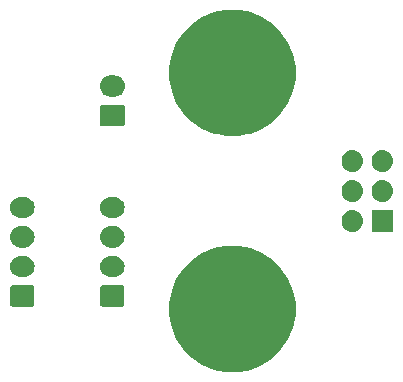
<source format=gbr>
G04 #@! TF.GenerationSoftware,KiCad,Pcbnew,(5.1.4)-1*
G04 #@! TF.CreationDate,2020-03-27T03:55:43-04:00*
G04 #@! TF.ProjectId,RGB_endstop_breakout,5247425f-656e-4647-9374-6f705f627265,rev?*
G04 #@! TF.SameCoordinates,Original*
G04 #@! TF.FileFunction,Soldermask,Top*
G04 #@! TF.FilePolarity,Negative*
%FSLAX46Y46*%
G04 Gerber Fmt 4.6, Leading zero omitted, Abs format (unit mm)*
G04 Created by KiCad (PCBNEW (5.1.4)-1) date 2020-03-27 03:55:43*
%MOMM*%
%LPD*%
G04 APERTURE LIST*
%ADD10C,0.100000*%
G04 APERTURE END LIST*
D10*
G36*
X150175368Y-109777963D02*
G01*
X150560829Y-109854636D01*
X151534649Y-110258005D01*
X152411064Y-110843607D01*
X153156393Y-111588936D01*
X153741995Y-112465351D01*
X154145364Y-113439171D01*
X154351000Y-114472973D01*
X154351000Y-115527027D01*
X154145364Y-116560829D01*
X153741995Y-117534649D01*
X153156393Y-118411064D01*
X152411064Y-119156393D01*
X151534649Y-119741995D01*
X150560829Y-120145364D01*
X150216228Y-120213909D01*
X149527029Y-120351000D01*
X148472971Y-120351000D01*
X147783772Y-120213909D01*
X147439171Y-120145364D01*
X146465351Y-119741995D01*
X145588936Y-119156393D01*
X144843607Y-118411064D01*
X144258005Y-117534649D01*
X143854636Y-116560829D01*
X143649000Y-115527027D01*
X143649000Y-114472973D01*
X143854636Y-113439171D01*
X144258005Y-112465351D01*
X144843607Y-111588936D01*
X145588936Y-110843607D01*
X146465351Y-110258005D01*
X147439171Y-109854636D01*
X147824632Y-109777963D01*
X148472971Y-109649000D01*
X149527029Y-109649000D01*
X150175368Y-109777963D01*
X150175368Y-109777963D01*
G37*
G36*
X139723600Y-112992989D02*
G01*
X139756652Y-113003015D01*
X139787103Y-113019292D01*
X139813799Y-113041201D01*
X139835708Y-113067897D01*
X139851985Y-113098348D01*
X139862011Y-113131400D01*
X139866000Y-113171903D01*
X139866000Y-114608097D01*
X139862011Y-114648600D01*
X139851985Y-114681652D01*
X139835708Y-114712103D01*
X139813799Y-114738799D01*
X139787103Y-114760708D01*
X139756652Y-114776985D01*
X139723600Y-114787011D01*
X139683097Y-114791000D01*
X137996903Y-114791000D01*
X137956400Y-114787011D01*
X137923348Y-114776985D01*
X137892897Y-114760708D01*
X137866201Y-114738799D01*
X137844292Y-114712103D01*
X137828015Y-114681652D01*
X137817989Y-114648600D01*
X137814000Y-114608097D01*
X137814000Y-113171903D01*
X137817989Y-113131400D01*
X137828015Y-113098348D01*
X137844292Y-113067897D01*
X137866201Y-113041201D01*
X137892897Y-113019292D01*
X137923348Y-113003015D01*
X137956400Y-112992989D01*
X137996903Y-112989000D01*
X139683097Y-112989000D01*
X139723600Y-112992989D01*
X139723600Y-112992989D01*
G37*
G36*
X132103600Y-112992989D02*
G01*
X132136652Y-113003015D01*
X132167103Y-113019292D01*
X132193799Y-113041201D01*
X132215708Y-113067897D01*
X132231985Y-113098348D01*
X132242011Y-113131400D01*
X132246000Y-113171903D01*
X132246000Y-114608097D01*
X132242011Y-114648600D01*
X132231985Y-114681652D01*
X132215708Y-114712103D01*
X132193799Y-114738799D01*
X132167103Y-114760708D01*
X132136652Y-114776985D01*
X132103600Y-114787011D01*
X132063097Y-114791000D01*
X130376903Y-114791000D01*
X130336400Y-114787011D01*
X130303348Y-114776985D01*
X130272897Y-114760708D01*
X130246201Y-114738799D01*
X130224292Y-114712103D01*
X130208015Y-114681652D01*
X130197989Y-114648600D01*
X130194000Y-114608097D01*
X130194000Y-113171903D01*
X130197989Y-113131400D01*
X130208015Y-113098348D01*
X130224292Y-113067897D01*
X130246201Y-113041201D01*
X130272897Y-113019292D01*
X130303348Y-113003015D01*
X130336400Y-112992989D01*
X130376903Y-112989000D01*
X132063097Y-112989000D01*
X132103600Y-112992989D01*
X132103600Y-112992989D01*
G37*
G36*
X131455443Y-110495519D02*
G01*
X131521627Y-110502037D01*
X131691466Y-110553557D01*
X131847991Y-110637222D01*
X131883729Y-110666552D01*
X131985186Y-110749814D01*
X132062159Y-110843607D01*
X132097778Y-110887009D01*
X132181443Y-111043534D01*
X132232963Y-111213373D01*
X132250359Y-111390000D01*
X132232963Y-111566627D01*
X132181443Y-111736466D01*
X132097778Y-111892991D01*
X132068448Y-111928729D01*
X131985186Y-112030186D01*
X131883729Y-112113448D01*
X131847991Y-112142778D01*
X131691466Y-112226443D01*
X131521627Y-112277963D01*
X131455443Y-112284481D01*
X131389260Y-112291000D01*
X131050740Y-112291000D01*
X130984557Y-112284481D01*
X130918373Y-112277963D01*
X130748534Y-112226443D01*
X130592009Y-112142778D01*
X130556271Y-112113448D01*
X130454814Y-112030186D01*
X130371552Y-111928729D01*
X130342222Y-111892991D01*
X130258557Y-111736466D01*
X130207037Y-111566627D01*
X130189641Y-111390000D01*
X130207037Y-111213373D01*
X130258557Y-111043534D01*
X130342222Y-110887009D01*
X130377841Y-110843607D01*
X130454814Y-110749814D01*
X130556271Y-110666552D01*
X130592009Y-110637222D01*
X130748534Y-110553557D01*
X130918373Y-110502037D01*
X130984557Y-110495519D01*
X131050740Y-110489000D01*
X131389260Y-110489000D01*
X131455443Y-110495519D01*
X131455443Y-110495519D01*
G37*
G36*
X139075443Y-110495519D02*
G01*
X139141627Y-110502037D01*
X139311466Y-110553557D01*
X139467991Y-110637222D01*
X139503729Y-110666552D01*
X139605186Y-110749814D01*
X139682159Y-110843607D01*
X139717778Y-110887009D01*
X139801443Y-111043534D01*
X139852963Y-111213373D01*
X139870359Y-111390000D01*
X139852963Y-111566627D01*
X139801443Y-111736466D01*
X139717778Y-111892991D01*
X139688448Y-111928729D01*
X139605186Y-112030186D01*
X139503729Y-112113448D01*
X139467991Y-112142778D01*
X139311466Y-112226443D01*
X139141627Y-112277963D01*
X139075443Y-112284481D01*
X139009260Y-112291000D01*
X138670740Y-112291000D01*
X138604557Y-112284481D01*
X138538373Y-112277963D01*
X138368534Y-112226443D01*
X138212009Y-112142778D01*
X138176271Y-112113448D01*
X138074814Y-112030186D01*
X137991552Y-111928729D01*
X137962222Y-111892991D01*
X137878557Y-111736466D01*
X137827037Y-111566627D01*
X137809641Y-111390000D01*
X137827037Y-111213373D01*
X137878557Y-111043534D01*
X137962222Y-110887009D01*
X137997841Y-110843607D01*
X138074814Y-110749814D01*
X138176271Y-110666552D01*
X138212009Y-110637222D01*
X138368534Y-110553557D01*
X138538373Y-110502037D01*
X138604557Y-110495519D01*
X138670740Y-110489000D01*
X139009260Y-110489000D01*
X139075443Y-110495519D01*
X139075443Y-110495519D01*
G37*
G36*
X131455442Y-107995518D02*
G01*
X131521627Y-108002037D01*
X131691466Y-108053557D01*
X131847991Y-108137222D01*
X131883729Y-108166552D01*
X131985186Y-108249814D01*
X132068448Y-108351271D01*
X132097778Y-108387009D01*
X132181443Y-108543534D01*
X132232963Y-108713373D01*
X132250359Y-108890000D01*
X132232963Y-109066627D01*
X132181443Y-109236466D01*
X132097778Y-109392991D01*
X132068448Y-109428729D01*
X131985186Y-109530186D01*
X131883729Y-109613448D01*
X131847991Y-109642778D01*
X131691466Y-109726443D01*
X131521627Y-109777963D01*
X131455443Y-109784481D01*
X131389260Y-109791000D01*
X131050740Y-109791000D01*
X130984557Y-109784481D01*
X130918373Y-109777963D01*
X130748534Y-109726443D01*
X130592009Y-109642778D01*
X130556271Y-109613448D01*
X130454814Y-109530186D01*
X130371552Y-109428729D01*
X130342222Y-109392991D01*
X130258557Y-109236466D01*
X130207037Y-109066627D01*
X130189641Y-108890000D01*
X130207037Y-108713373D01*
X130258557Y-108543534D01*
X130342222Y-108387009D01*
X130371552Y-108351271D01*
X130454814Y-108249814D01*
X130556271Y-108166552D01*
X130592009Y-108137222D01*
X130748534Y-108053557D01*
X130918373Y-108002037D01*
X130984558Y-107995518D01*
X131050740Y-107989000D01*
X131389260Y-107989000D01*
X131455442Y-107995518D01*
X131455442Y-107995518D01*
G37*
G36*
X139075442Y-107995518D02*
G01*
X139141627Y-108002037D01*
X139311466Y-108053557D01*
X139467991Y-108137222D01*
X139503729Y-108166552D01*
X139605186Y-108249814D01*
X139688448Y-108351271D01*
X139717778Y-108387009D01*
X139801443Y-108543534D01*
X139852963Y-108713373D01*
X139870359Y-108890000D01*
X139852963Y-109066627D01*
X139801443Y-109236466D01*
X139717778Y-109392991D01*
X139688448Y-109428729D01*
X139605186Y-109530186D01*
X139503729Y-109613448D01*
X139467991Y-109642778D01*
X139311466Y-109726443D01*
X139141627Y-109777963D01*
X139075443Y-109784481D01*
X139009260Y-109791000D01*
X138670740Y-109791000D01*
X138604557Y-109784481D01*
X138538373Y-109777963D01*
X138368534Y-109726443D01*
X138212009Y-109642778D01*
X138176271Y-109613448D01*
X138074814Y-109530186D01*
X137991552Y-109428729D01*
X137962222Y-109392991D01*
X137878557Y-109236466D01*
X137827037Y-109066627D01*
X137809641Y-108890000D01*
X137827037Y-108713373D01*
X137878557Y-108543534D01*
X137962222Y-108387009D01*
X137991552Y-108351271D01*
X138074814Y-108249814D01*
X138176271Y-108166552D01*
X138212009Y-108137222D01*
X138368534Y-108053557D01*
X138538373Y-108002037D01*
X138604558Y-107995518D01*
X138670740Y-107989000D01*
X139009260Y-107989000D01*
X139075442Y-107995518D01*
X139075442Y-107995518D01*
G37*
G36*
X159339294Y-106638633D02*
G01*
X159511695Y-106690931D01*
X159670583Y-106775858D01*
X159809849Y-106890151D01*
X159924142Y-107029417D01*
X160009069Y-107188305D01*
X160061367Y-107360706D01*
X160079025Y-107540000D01*
X160061367Y-107719294D01*
X160009069Y-107891695D01*
X159924142Y-108050583D01*
X159809849Y-108189849D01*
X159670583Y-108304142D01*
X159511695Y-108389069D01*
X159339294Y-108441367D01*
X159204931Y-108454600D01*
X159115069Y-108454600D01*
X158980706Y-108441367D01*
X158808305Y-108389069D01*
X158649417Y-108304142D01*
X158510151Y-108189849D01*
X158395858Y-108050583D01*
X158310931Y-107891695D01*
X158258633Y-107719294D01*
X158240975Y-107540000D01*
X158258633Y-107360706D01*
X158310931Y-107188305D01*
X158395858Y-107029417D01*
X158510151Y-106890151D01*
X158649417Y-106775858D01*
X158808305Y-106690931D01*
X158980706Y-106638633D01*
X159115069Y-106625400D01*
X159204931Y-106625400D01*
X159339294Y-106638633D01*
X159339294Y-106638633D01*
G37*
G36*
X162614600Y-108454600D02*
G01*
X160785400Y-108454600D01*
X160785400Y-106625400D01*
X162614600Y-106625400D01*
X162614600Y-108454600D01*
X162614600Y-108454600D01*
G37*
G36*
X139075443Y-105495519D02*
G01*
X139141627Y-105502037D01*
X139311466Y-105553557D01*
X139467991Y-105637222D01*
X139503729Y-105666552D01*
X139605186Y-105749814D01*
X139686640Y-105849068D01*
X139717778Y-105887009D01*
X139801443Y-106043534D01*
X139852963Y-106213373D01*
X139870359Y-106390000D01*
X139852963Y-106566627D01*
X139801443Y-106736466D01*
X139717778Y-106892991D01*
X139688448Y-106928729D01*
X139605186Y-107030186D01*
X139503729Y-107113448D01*
X139467991Y-107142778D01*
X139311466Y-107226443D01*
X139141627Y-107277963D01*
X139075443Y-107284481D01*
X139009260Y-107291000D01*
X138670740Y-107291000D01*
X138604557Y-107284481D01*
X138538373Y-107277963D01*
X138368534Y-107226443D01*
X138212009Y-107142778D01*
X138176271Y-107113448D01*
X138074814Y-107030186D01*
X137991552Y-106928729D01*
X137962222Y-106892991D01*
X137878557Y-106736466D01*
X137827037Y-106566627D01*
X137809641Y-106390000D01*
X137827037Y-106213373D01*
X137878557Y-106043534D01*
X137962222Y-105887009D01*
X137993360Y-105849068D01*
X138074814Y-105749814D01*
X138176271Y-105666552D01*
X138212009Y-105637222D01*
X138368534Y-105553557D01*
X138538373Y-105502037D01*
X138604557Y-105495519D01*
X138670740Y-105489000D01*
X139009260Y-105489000D01*
X139075443Y-105495519D01*
X139075443Y-105495519D01*
G37*
G36*
X131455443Y-105495519D02*
G01*
X131521627Y-105502037D01*
X131691466Y-105553557D01*
X131847991Y-105637222D01*
X131883729Y-105666552D01*
X131985186Y-105749814D01*
X132066640Y-105849068D01*
X132097778Y-105887009D01*
X132181443Y-106043534D01*
X132232963Y-106213373D01*
X132250359Y-106390000D01*
X132232963Y-106566627D01*
X132181443Y-106736466D01*
X132097778Y-106892991D01*
X132068448Y-106928729D01*
X131985186Y-107030186D01*
X131883729Y-107113448D01*
X131847991Y-107142778D01*
X131691466Y-107226443D01*
X131521627Y-107277963D01*
X131455443Y-107284481D01*
X131389260Y-107291000D01*
X131050740Y-107291000D01*
X130984557Y-107284481D01*
X130918373Y-107277963D01*
X130748534Y-107226443D01*
X130592009Y-107142778D01*
X130556271Y-107113448D01*
X130454814Y-107030186D01*
X130371552Y-106928729D01*
X130342222Y-106892991D01*
X130258557Y-106736466D01*
X130207037Y-106566627D01*
X130189641Y-106390000D01*
X130207037Y-106213373D01*
X130258557Y-106043534D01*
X130342222Y-105887009D01*
X130373360Y-105849068D01*
X130454814Y-105749814D01*
X130556271Y-105666552D01*
X130592009Y-105637222D01*
X130748534Y-105553557D01*
X130918373Y-105502037D01*
X130984557Y-105495519D01*
X131050740Y-105489000D01*
X131389260Y-105489000D01*
X131455443Y-105495519D01*
X131455443Y-105495519D01*
G37*
G36*
X159339294Y-104098633D02*
G01*
X159511695Y-104150931D01*
X159670583Y-104235858D01*
X159809849Y-104350151D01*
X159924142Y-104489417D01*
X160009069Y-104648305D01*
X160061367Y-104820706D01*
X160079025Y-105000000D01*
X160061367Y-105179294D01*
X160009069Y-105351695D01*
X159924142Y-105510583D01*
X159809849Y-105649849D01*
X159670583Y-105764142D01*
X159511695Y-105849069D01*
X159339294Y-105901367D01*
X159204931Y-105914600D01*
X159115069Y-105914600D01*
X158980706Y-105901367D01*
X158808305Y-105849069D01*
X158649417Y-105764142D01*
X158510151Y-105649849D01*
X158395858Y-105510583D01*
X158310931Y-105351695D01*
X158258633Y-105179294D01*
X158240975Y-105000000D01*
X158258633Y-104820706D01*
X158310931Y-104648305D01*
X158395858Y-104489417D01*
X158510151Y-104350151D01*
X158649417Y-104235858D01*
X158808305Y-104150931D01*
X158980706Y-104098633D01*
X159115069Y-104085400D01*
X159204931Y-104085400D01*
X159339294Y-104098633D01*
X159339294Y-104098633D01*
G37*
G36*
X161879294Y-104098633D02*
G01*
X162051695Y-104150931D01*
X162210583Y-104235858D01*
X162349849Y-104350151D01*
X162464142Y-104489417D01*
X162549069Y-104648305D01*
X162601367Y-104820706D01*
X162619025Y-105000000D01*
X162601367Y-105179294D01*
X162549069Y-105351695D01*
X162464142Y-105510583D01*
X162349849Y-105649849D01*
X162210583Y-105764142D01*
X162051695Y-105849069D01*
X161879294Y-105901367D01*
X161744931Y-105914600D01*
X161655069Y-105914600D01*
X161520706Y-105901367D01*
X161348305Y-105849069D01*
X161189417Y-105764142D01*
X161050151Y-105649849D01*
X160935858Y-105510583D01*
X160850931Y-105351695D01*
X160798633Y-105179294D01*
X160780975Y-105000000D01*
X160798633Y-104820706D01*
X160850931Y-104648305D01*
X160935858Y-104489417D01*
X161050151Y-104350151D01*
X161189417Y-104235858D01*
X161348305Y-104150931D01*
X161520706Y-104098633D01*
X161655069Y-104085400D01*
X161744931Y-104085400D01*
X161879294Y-104098633D01*
X161879294Y-104098633D01*
G37*
G36*
X159339294Y-101558633D02*
G01*
X159511695Y-101610931D01*
X159670583Y-101695858D01*
X159809849Y-101810151D01*
X159924142Y-101949417D01*
X160009069Y-102108305D01*
X160061367Y-102280706D01*
X160079025Y-102460000D01*
X160061367Y-102639294D01*
X160009069Y-102811695D01*
X159924142Y-102970583D01*
X159809849Y-103109849D01*
X159670583Y-103224142D01*
X159511695Y-103309069D01*
X159339294Y-103361367D01*
X159204931Y-103374600D01*
X159115069Y-103374600D01*
X158980706Y-103361367D01*
X158808305Y-103309069D01*
X158649417Y-103224142D01*
X158510151Y-103109849D01*
X158395858Y-102970583D01*
X158310931Y-102811695D01*
X158258633Y-102639294D01*
X158240975Y-102460000D01*
X158258633Y-102280706D01*
X158310931Y-102108305D01*
X158395858Y-101949417D01*
X158510151Y-101810151D01*
X158649417Y-101695858D01*
X158808305Y-101610931D01*
X158980706Y-101558633D01*
X159115069Y-101545400D01*
X159204931Y-101545400D01*
X159339294Y-101558633D01*
X159339294Y-101558633D01*
G37*
G36*
X161879294Y-101558633D02*
G01*
X162051695Y-101610931D01*
X162210583Y-101695858D01*
X162349849Y-101810151D01*
X162464142Y-101949417D01*
X162549069Y-102108305D01*
X162601367Y-102280706D01*
X162619025Y-102460000D01*
X162601367Y-102639294D01*
X162549069Y-102811695D01*
X162464142Y-102970583D01*
X162349849Y-103109849D01*
X162210583Y-103224142D01*
X162051695Y-103309069D01*
X161879294Y-103361367D01*
X161744931Y-103374600D01*
X161655069Y-103374600D01*
X161520706Y-103361367D01*
X161348305Y-103309069D01*
X161189417Y-103224142D01*
X161050151Y-103109849D01*
X160935858Y-102970583D01*
X160850931Y-102811695D01*
X160798633Y-102639294D01*
X160780975Y-102460000D01*
X160798633Y-102280706D01*
X160850931Y-102108305D01*
X160935858Y-101949417D01*
X161050151Y-101810151D01*
X161189417Y-101695858D01*
X161348305Y-101610931D01*
X161520706Y-101558633D01*
X161655069Y-101545400D01*
X161744931Y-101545400D01*
X161879294Y-101558633D01*
X161879294Y-101558633D01*
G37*
G36*
X150216228Y-89786091D02*
G01*
X150560829Y-89854636D01*
X151534649Y-90258005D01*
X152411064Y-90843607D01*
X153156393Y-91588936D01*
X153741995Y-92465351D01*
X154145364Y-93439171D01*
X154145364Y-93439172D01*
X154351000Y-94472971D01*
X154351000Y-95527029D01*
X154213909Y-96216228D01*
X154145364Y-96560829D01*
X153741995Y-97534649D01*
X153156393Y-98411064D01*
X152411064Y-99156393D01*
X151534649Y-99741995D01*
X150560829Y-100145364D01*
X150216228Y-100213909D01*
X149527029Y-100351000D01*
X148472971Y-100351000D01*
X147783772Y-100213909D01*
X147439171Y-100145364D01*
X146465351Y-99741995D01*
X145588936Y-99156393D01*
X144843607Y-98411064D01*
X144258005Y-97534649D01*
X143854636Y-96560829D01*
X143786091Y-96216228D01*
X143649000Y-95527029D01*
X143649000Y-94472971D01*
X143854636Y-93439172D01*
X143854636Y-93439171D01*
X144258005Y-92465351D01*
X144843607Y-91588936D01*
X145588936Y-90843607D01*
X146465351Y-90258005D01*
X147439171Y-89854636D01*
X147783772Y-89786091D01*
X148472971Y-89649000D01*
X149527029Y-89649000D01*
X150216228Y-89786091D01*
X150216228Y-89786091D01*
G37*
G36*
X139748600Y-97712989D02*
G01*
X139781652Y-97723015D01*
X139812103Y-97739292D01*
X139838799Y-97761201D01*
X139860708Y-97787897D01*
X139876985Y-97818348D01*
X139887011Y-97851400D01*
X139891000Y-97891903D01*
X139891000Y-99328097D01*
X139887011Y-99368600D01*
X139876985Y-99401652D01*
X139860708Y-99432103D01*
X139838799Y-99458799D01*
X139812103Y-99480708D01*
X139781652Y-99496985D01*
X139748600Y-99507011D01*
X139708097Y-99511000D01*
X137971903Y-99511000D01*
X137931400Y-99507011D01*
X137898348Y-99496985D01*
X137867897Y-99480708D01*
X137841201Y-99458799D01*
X137819292Y-99432103D01*
X137803015Y-99401652D01*
X137792989Y-99368600D01*
X137789000Y-99328097D01*
X137789000Y-97891903D01*
X137792989Y-97851400D01*
X137803015Y-97818348D01*
X137819292Y-97787897D01*
X137841201Y-97761201D01*
X137867897Y-97739292D01*
X137898348Y-97723015D01*
X137931400Y-97712989D01*
X137971903Y-97709000D01*
X139708097Y-97709000D01*
X139748600Y-97712989D01*
X139748600Y-97712989D01*
G37*
G36*
X139100442Y-95215518D02*
G01*
X139166627Y-95222037D01*
X139336466Y-95273557D01*
X139492991Y-95357222D01*
X139528729Y-95386552D01*
X139630186Y-95469814D01*
X139677140Y-95527029D01*
X139742778Y-95607009D01*
X139826443Y-95763534D01*
X139877963Y-95933373D01*
X139895359Y-96110000D01*
X139877963Y-96286627D01*
X139826443Y-96456466D01*
X139742778Y-96612991D01*
X139713448Y-96648729D01*
X139630186Y-96750186D01*
X139528729Y-96833448D01*
X139492991Y-96862778D01*
X139336466Y-96946443D01*
X139166627Y-96997963D01*
X139100443Y-97004481D01*
X139034260Y-97011000D01*
X138645740Y-97011000D01*
X138579557Y-97004481D01*
X138513373Y-96997963D01*
X138343534Y-96946443D01*
X138187009Y-96862778D01*
X138151271Y-96833448D01*
X138049814Y-96750186D01*
X137966552Y-96648729D01*
X137937222Y-96612991D01*
X137853557Y-96456466D01*
X137802037Y-96286627D01*
X137784641Y-96110000D01*
X137802037Y-95933373D01*
X137853557Y-95763534D01*
X137937222Y-95607009D01*
X138002860Y-95527029D01*
X138049814Y-95469814D01*
X138151271Y-95386552D01*
X138187009Y-95357222D01*
X138343534Y-95273557D01*
X138513373Y-95222037D01*
X138579558Y-95215518D01*
X138645740Y-95209000D01*
X139034260Y-95209000D01*
X139100442Y-95215518D01*
X139100442Y-95215518D01*
G37*
M02*

</source>
